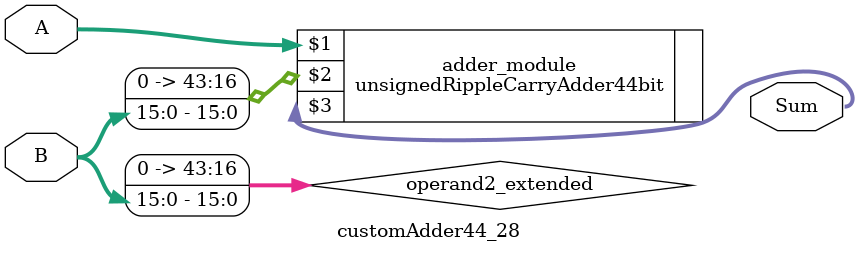
<source format=v>
module customAdder44_28(
                        input [43 : 0] A,
                        input [15 : 0] B,
                        
                        output [44 : 0] Sum
                );

        wire [43 : 0] operand2_extended;
        
        assign operand2_extended =  {28'b0, B};
        
        unsignedRippleCarryAdder44bit adder_module(
            A,
            operand2_extended,
            Sum
        );
        
        endmodule
        
</source>
